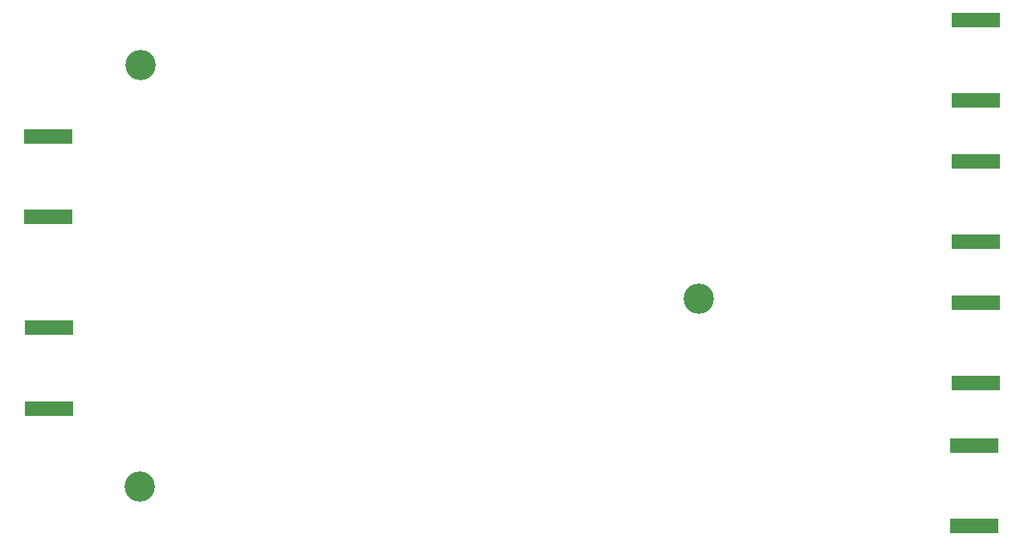
<source format=gbr>
%TF.GenerationSoftware,KiCad,Pcbnew,(6.0.7)*%
%TF.CreationDate,2022-09-28T11:50:51-04:00*%
%TF.ProjectId,PrawnBlaster_Connectorized,50726177-6e42-46c6-9173-7465725f436f,rev?*%
%TF.SameCoordinates,Original*%
%TF.FileFunction,Soldermask,Bot*%
%TF.FilePolarity,Negative*%
%FSLAX46Y46*%
G04 Gerber Fmt 4.6, Leading zero omitted, Abs format (unit mm)*
G04 Created by KiCad (PCBNEW (6.0.7)) date 2022-09-28 11:50:51*
%MOMM*%
%LPD*%
G01*
G04 APERTURE LIST*
%ADD10C,3.200000*%
%ADD11R,5.080000X1.500000*%
G04 APERTURE END LIST*
D10*
%TO.C,REF\u002A\u002A*%
X94440000Y-108510000D03*
%TD*%
%TO.C,REF\u002A\u002A*%
X94480000Y-64010000D03*
%TD*%
%TO.C,REF\u002A\u002A*%
X153310000Y-88710000D03*
%TD*%
D11*
%TO.C,J6*%
X182397500Y-104125000D03*
X182397500Y-112625000D03*
%TD*%
%TO.C,J2*%
X84823200Y-91753000D03*
X84823200Y-100253000D03*
%TD*%
%TO.C,J5*%
X182517500Y-82675000D03*
X182517500Y-74175000D03*
%TD*%
%TO.C,J3*%
X182517500Y-67755000D03*
X182517500Y-59255000D03*
%TD*%
%TO.C,J1*%
X84792500Y-80055000D03*
X84792500Y-71555000D03*
%TD*%
%TO.C,J4*%
X182567500Y-97595000D03*
X182567500Y-89095000D03*
%TD*%
M02*

</source>
